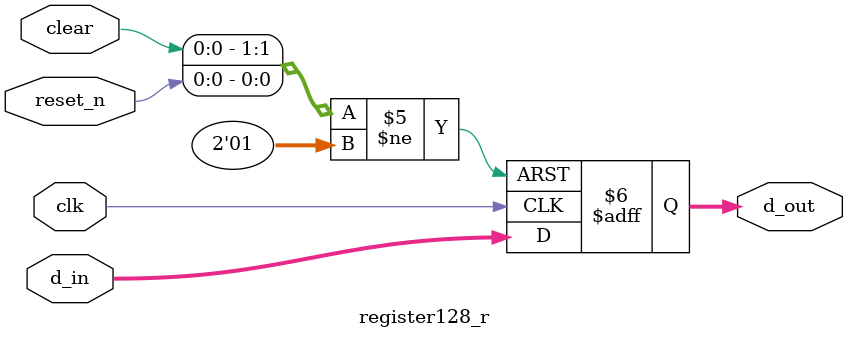
<source format=v>
module register128_r(clk, reset_n,clear, d_in, d_out); //[LAB05]Asynchronous resettable d ff
	input clk, reset_n,clear; // reset active low
	input [127:0] d_in;
	output reg [127:0] d_out;
	
	always@(posedge clk or negedge reset_n or posedge clear)
	begin
		if(reset_n == 0)	d_out <= 128'b0;
		else if(clear == 1) d_out <= 128'b0;
		else					d_out <= d_in;
	end
endmodule
</source>
